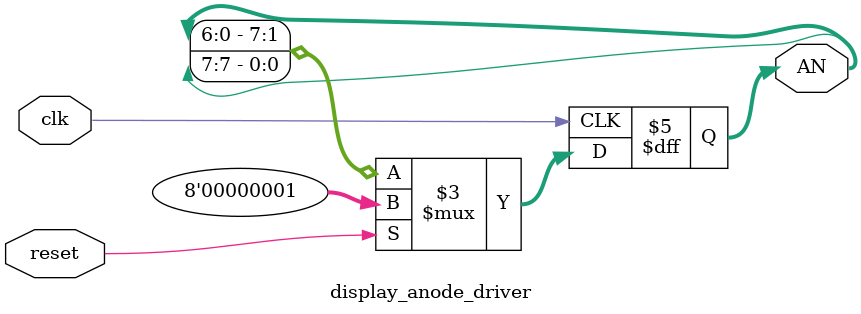
<source format=sv>
module display_anode_driver(input logic clk, input logic reset, output logic [7:0] AN);

// This is just a shift register that drives each anode individually
always_ff @(posedge clk) begin
    if (reset)
        AN <= 1;
    else
        AN <= {AN[6:0], AN[7]};
end
endmodule

</source>
